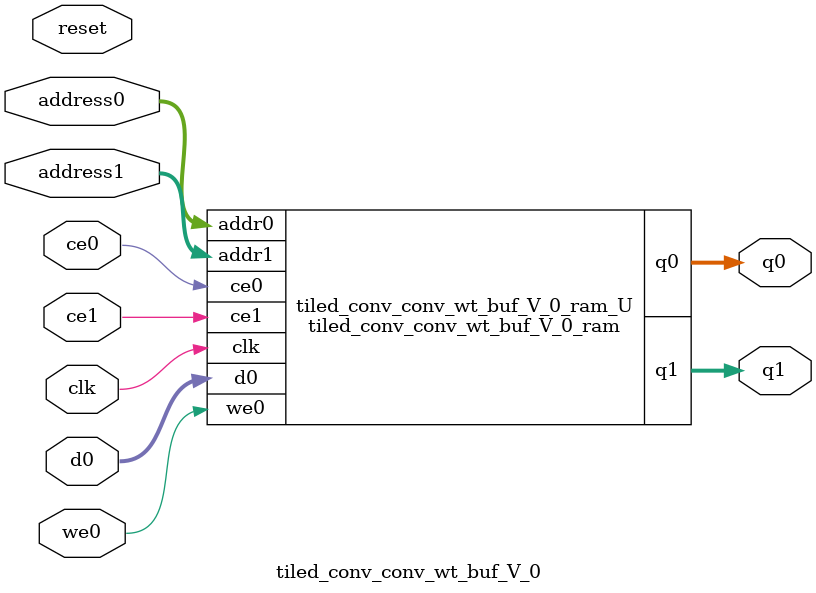
<source format=v>
`timescale 1 ns / 1 ps
module tiled_conv_conv_wt_buf_V_0_ram (addr0, ce0, d0, we0, q0, addr1, ce1, q1,  clk);

parameter DWIDTH = 16;
parameter AWIDTH = 7;
parameter MEM_SIZE = 84;

input[AWIDTH-1:0] addr0;
input ce0;
input[DWIDTH-1:0] d0;
input we0;
output reg[DWIDTH-1:0] q0;
input[AWIDTH-1:0] addr1;
input ce1;
output reg[DWIDTH-1:0] q1;
input clk;

reg [DWIDTH-1:0] ram[0:MEM_SIZE-1];




always @(posedge clk)  
begin 
    if (ce0) begin
        if (we0) 
            ram[addr0] <= d0; 
        q0 <= ram[addr0];
    end
end


always @(posedge clk)  
begin 
    if (ce1) begin
        q1 <= ram[addr1];
    end
end


endmodule

`timescale 1 ns / 1 ps
module tiled_conv_conv_wt_buf_V_0(
    reset,
    clk,
    address0,
    ce0,
    we0,
    d0,
    q0,
    address1,
    ce1,
    q1);

parameter DataWidth = 32'd16;
parameter AddressRange = 32'd84;
parameter AddressWidth = 32'd7;
input reset;
input clk;
input[AddressWidth - 1:0] address0;
input ce0;
input we0;
input[DataWidth - 1:0] d0;
output[DataWidth - 1:0] q0;
input[AddressWidth - 1:0] address1;
input ce1;
output[DataWidth - 1:0] q1;



tiled_conv_conv_wt_buf_V_0_ram tiled_conv_conv_wt_buf_V_0_ram_U(
    .clk( clk ),
    .addr0( address0 ),
    .ce0( ce0 ),
    .we0( we0 ),
    .d0( d0 ),
    .q0( q0 ),
    .addr1( address1 ),
    .ce1( ce1 ),
    .q1( q1 ));

endmodule


</source>
